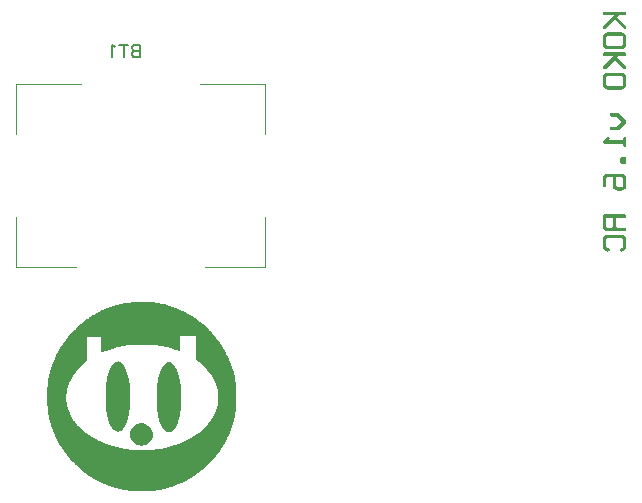
<source format=gbo>
G04 Layer: BottomSilkLayer*
G04 EasyEDA v6.4.7, 2020-11-20T12:49:30+01:00*
G04 3459f72c1cfb4ed1b42eaf7d9b2f9cca,50b924b206514efda7368a069ed08794,10*
G04 Gerber Generator version 0.2*
G04 Scale: 100 percent, Rotated: No, Reflected: No *
G04 Dimensions in millimeters *
G04 leading zeros omitted , absolute positions ,3 integer and 3 decimal *
%FSLAX33Y33*%
%MOMM*%
G90*
D02*

%ADD35C,0.152400*%
%ADD39C,0.100076*%

%LPD*%

%LPD*%
G36*
G01X43126Y18860D02*
G01X42983Y18860D01*
G01X42691Y18856D01*
G01X42618Y18854D01*
G01X42545Y18853D01*
G01X42472Y18850D01*
G01X42328Y18845D01*
G01X42186Y18839D01*
G01X42048Y18831D01*
G01X41981Y18827D01*
G01X41915Y18822D01*
G01X41851Y18818D01*
G01X41788Y18813D01*
G01X41727Y18807D01*
G01X41667Y18802D01*
G01X41610Y18796D01*
G01X41555Y18790D01*
G01X41501Y18784D01*
G01X41450Y18777D01*
G01X41402Y18770D01*
G01X41356Y18763D01*
G01X41314Y18756D01*
G01X41274Y18748D01*
G01X41237Y18741D01*
G01X41173Y18726D01*
G01X41048Y18697D01*
G01X40986Y18682D01*
G01X40862Y18650D01*
G01X40801Y18633D01*
G01X40740Y18617D01*
G01X40679Y18599D01*
G01X40619Y18582D01*
G01X40499Y18546D01*
G01X40322Y18489D01*
G01X40264Y18469D01*
G01X40148Y18428D01*
G01X40090Y18407D01*
G01X40033Y18385D01*
G01X39976Y18364D01*
G01X39919Y18342D01*
G01X39862Y18319D01*
G01X39806Y18297D01*
G01X39694Y18249D01*
G01X39584Y18201D01*
G01X39474Y18151D01*
G01X39366Y18099D01*
G01X39312Y18072D01*
G01X39205Y18018D01*
G01X39099Y17962D01*
G01X39046Y17933D01*
G01X38994Y17904D01*
G01X38941Y17875D01*
G01X38890Y17845D01*
G01X38786Y17785D01*
G01X38735Y17754D01*
G01X38582Y17658D01*
G01X38531Y17625D01*
G01X38481Y17591D01*
G01X38431Y17558D01*
G01X38382Y17524D01*
G01X38282Y17454D01*
G01X38233Y17419D01*
G01X38184Y17383D01*
G01X38086Y17310D01*
G01X38038Y17273D01*
G01X37989Y17235D01*
G01X37941Y17197D01*
G01X37846Y17120D01*
G01X37750Y17041D01*
G01X37656Y16960D01*
G01X37609Y16918D01*
G01X37562Y16877D01*
G01X37515Y16835D01*
G01X37469Y16792D01*
G01X37376Y16706D01*
G01X37284Y16617D01*
G01X37192Y16527D01*
G01X37145Y16479D01*
G01X37098Y16432D01*
G01X37052Y16384D01*
G01X36962Y16288D01*
G01X36918Y16241D01*
G01X36830Y16145D01*
G01X36788Y16097D01*
G01X36745Y16049D01*
G01X36622Y15905D01*
G01X36582Y15857D01*
G01X36504Y15759D01*
G01X36465Y15711D01*
G01X36427Y15662D01*
G01X36353Y15564D01*
G01X36316Y15514D01*
G01X36280Y15465D01*
G01X36244Y15415D01*
G01X36209Y15365D01*
G01X36175Y15316D01*
G01X36107Y15215D01*
G01X36074Y15165D01*
G01X35978Y15012D01*
G01X35947Y14961D01*
G01X35885Y14857D01*
G01X35855Y14805D01*
G01X35797Y14699D01*
G01X35768Y14647D01*
G01X35740Y14593D01*
G01X35712Y14540D01*
G01X35631Y14378D01*
G01X35579Y14268D01*
G01X35554Y14213D01*
G01X35504Y14101D01*
G01X35479Y14044D01*
G01X35456Y13988D01*
G01X35409Y13873D01*
G01X35386Y13815D01*
G01X35341Y13698D01*
G01X35320Y13639D01*
G01X35298Y13580D01*
G01X35277Y13520D01*
G01X35256Y13459D01*
G01X35236Y13398D01*
G01X35213Y13330D01*
G01X35191Y13264D01*
G01X35171Y13199D01*
G01X35151Y13136D01*
G01X35132Y13074D01*
G01X35114Y13013D01*
G01X35096Y12953D01*
G01X35080Y12895D01*
G01X35063Y12837D01*
G01X35049Y12781D01*
G01X35034Y12724D01*
G01X35021Y12669D01*
G01X35007Y12614D01*
G01X34984Y12504D01*
G01X34973Y12450D01*
G01X34963Y12396D01*
G01X34954Y12341D01*
G01X34944Y12286D01*
G01X34936Y12231D01*
G01X34928Y12175D01*
G01X34921Y12118D01*
G01X34915Y12061D01*
G01X34908Y12003D01*
G01X34903Y11944D01*
G01X34898Y11884D01*
G01X34893Y11822D01*
G01X34889Y11759D01*
G01X34885Y11695D01*
G01X34881Y11629D01*
G01X34878Y11562D01*
G01X34876Y11492D01*
G01X34874Y11420D01*
G01X34872Y11347D01*
G01X34870Y11271D01*
G01X34869Y11193D01*
G01X34868Y11113D01*
G01X34868Y11030D01*
G01X34867Y10944D01*
G01X34867Y10768D01*
G01X34868Y10682D01*
G01X34868Y10599D01*
G01X34869Y10519D01*
G01X34870Y10440D01*
G01X34872Y10365D01*
G01X34874Y10292D01*
G01X34876Y10220D01*
G01X34878Y10150D01*
G01X34881Y10083D01*
G01X34885Y10017D01*
G01X34889Y9953D01*
G01X34893Y9890D01*
G01X34898Y9828D01*
G01X34903Y9768D01*
G01X34908Y9709D01*
G01X34915Y9651D01*
G01X34921Y9594D01*
G01X34928Y9537D01*
G01X34936Y9481D01*
G01X34944Y9426D01*
G01X34954Y9371D01*
G01X34963Y9316D01*
G01X34973Y9262D01*
G01X34984Y9207D01*
G01X35007Y9098D01*
G01X35021Y9043D01*
G01X35034Y8987D01*
G01X35049Y8931D01*
G01X35063Y8875D01*
G01X35080Y8817D01*
G01X35096Y8758D01*
G01X35114Y8699D01*
G01X35132Y8638D01*
G01X35151Y8577D01*
G01X35171Y8513D01*
G01X35191Y8448D01*
G01X35213Y8381D01*
G01X35236Y8313D01*
G01X35256Y8252D01*
G01X35277Y8192D01*
G01X35298Y8133D01*
G01X35320Y8073D01*
G01X35341Y8014D01*
G01X35386Y7897D01*
G01X35409Y7839D01*
G01X35456Y7724D01*
G01X35479Y7668D01*
G01X35504Y7611D01*
G01X35529Y7555D01*
G01X35554Y7500D01*
G01X35579Y7444D01*
G01X35631Y7334D01*
G01X35712Y7172D01*
G01X35740Y7119D01*
G01X35768Y7065D01*
G01X35797Y7012D01*
G01X35826Y6960D01*
G01X35855Y6907D01*
G01X35885Y6855D01*
G01X35947Y6751D01*
G01X35978Y6700D01*
G01X36074Y6547D01*
G01X36107Y6497D01*
G01X36175Y6396D01*
G01X36209Y6346D01*
G01X36244Y6297D01*
G01X36280Y6247D01*
G01X36316Y6198D01*
G01X36353Y6148D01*
G01X36427Y6050D01*
G01X36465Y6001D01*
G01X36504Y5953D01*
G01X36543Y5904D01*
G01X36582Y5856D01*
G01X36622Y5807D01*
G01X36745Y5663D01*
G01X36788Y5614D01*
G01X36830Y5567D01*
G01X36962Y5423D01*
G01X37052Y5328D01*
G01X37098Y5281D01*
G01X37192Y5185D01*
G01X37288Y5091D01*
G01X37335Y5045D01*
G01X37431Y4954D01*
G01X37526Y4866D01*
G01X37622Y4780D01*
G01X37718Y4696D01*
G01X37766Y4655D01*
G01X37815Y4615D01*
G01X37863Y4574D01*
G01X37911Y4535D01*
G01X37960Y4496D01*
G01X38058Y4420D01*
G01X38106Y4382D01*
G01X38156Y4345D01*
G01X38254Y4273D01*
G01X38304Y4237D01*
G01X38403Y4168D01*
G01X38454Y4134D01*
G01X38504Y4101D01*
G01X38555Y4067D01*
G01X38605Y4034D01*
G01X38708Y3970D01*
G01X38810Y3909D01*
G01X38863Y3878D01*
G01X38915Y3848D01*
G01X38967Y3819D01*
G01X39020Y3790D01*
G01X39072Y3761D01*
G01X39126Y3733D01*
G01X39179Y3705D01*
G01X39233Y3677D01*
G01X39287Y3650D01*
G01X39397Y3598D01*
G01X39451Y3572D01*
G01X39507Y3546D01*
G01X39619Y3497D01*
G01X39675Y3473D01*
G01X39732Y3448D01*
G01X39789Y3425D01*
G01X39963Y3356D01*
G01X40080Y3313D01*
G01X40140Y3291D01*
G01X40260Y3249D01*
G01X40321Y3229D01*
G01X40389Y3206D01*
G01X40456Y3184D01*
G01X40521Y3164D01*
G01X40584Y3143D01*
G01X40646Y3125D01*
G01X40707Y3106D01*
G01X40825Y3072D01*
G01X40882Y3057D01*
G01X40939Y3041D01*
G01X41051Y3013D01*
G01X41106Y3001D01*
G01X41160Y2989D01*
G01X41215Y2977D01*
G01X41270Y2966D01*
G01X41324Y2956D01*
G01X41379Y2946D01*
G01X41434Y2937D01*
G01X41489Y2929D01*
G01X41545Y2921D01*
G01X41601Y2914D01*
G01X41659Y2907D01*
G01X41717Y2901D01*
G01X41776Y2896D01*
G01X41836Y2890D01*
G01X41898Y2886D01*
G01X41960Y2881D01*
G01X42025Y2878D01*
G01X42091Y2874D01*
G01X42159Y2871D01*
G01X42228Y2869D01*
G01X42299Y2867D01*
G01X42373Y2865D01*
G01X42449Y2863D01*
G01X42526Y2862D01*
G01X42607Y2861D01*
G01X42690Y2861D01*
G01X42775Y2860D01*
G01X42952Y2860D01*
G01X43038Y2861D01*
G01X43121Y2861D01*
G01X43202Y2862D01*
G01X43279Y2863D01*
G01X43355Y2865D01*
G01X43429Y2867D01*
G01X43500Y2869D01*
G01X43569Y2871D01*
G01X43637Y2874D01*
G01X43703Y2878D01*
G01X43767Y2881D01*
G01X43830Y2886D01*
G01X43891Y2890D01*
G01X43952Y2896D01*
G01X44011Y2901D01*
G01X44069Y2907D01*
G01X44183Y2921D01*
G01X44238Y2929D01*
G01X44294Y2937D01*
G01X44349Y2946D01*
G01X44403Y2956D01*
G01X44458Y2966D01*
G01X44513Y2977D01*
G01X44567Y2989D01*
G01X44677Y3013D01*
G01X44789Y3041D01*
G01X44845Y3057D01*
G01X44903Y3072D01*
G01X44961Y3089D01*
G01X45021Y3106D01*
G01X45082Y3125D01*
G01X45144Y3143D01*
G01X45207Y3164D01*
G01X45272Y3184D01*
G01X45339Y3206D01*
G01X45407Y3229D01*
G01X45468Y3249D01*
G01X45588Y3291D01*
G01X45706Y3334D01*
G01X45765Y3356D01*
G01X45939Y3425D01*
G01X45996Y3448D01*
G01X46052Y3473D01*
G01X46109Y3497D01*
G01X46165Y3521D01*
G01X46221Y3546D01*
G01X46441Y3650D01*
G01X46494Y3677D01*
G01X46602Y3733D01*
G01X46655Y3761D01*
G01X46761Y3819D01*
G01X46813Y3848D01*
G01X46865Y3878D01*
G01X46917Y3909D01*
G01X46969Y3939D01*
G01X47020Y3970D01*
G01X47122Y4034D01*
G01X47173Y4067D01*
G01X47223Y4101D01*
G01X47274Y4134D01*
G01X47324Y4168D01*
G01X47374Y4203D01*
G01X47424Y4237D01*
G01X47473Y4273D01*
G01X47523Y4309D01*
G01X47572Y4345D01*
G01X47621Y4382D01*
G01X47768Y4496D01*
G01X47816Y4535D01*
G01X47865Y4574D01*
G01X47913Y4615D01*
G01X47961Y4655D01*
G01X48010Y4696D01*
G01X48057Y4738D01*
G01X48106Y4780D01*
G01X48154Y4823D01*
G01X48201Y4866D01*
G01X48297Y4954D01*
G01X48392Y5045D01*
G01X48440Y5091D01*
G01X48488Y5138D01*
G01X48581Y5231D01*
G01X48627Y5278D01*
G01X48716Y5372D01*
G01X48761Y5418D01*
G01X48847Y5512D01*
G01X48890Y5560D01*
G01X48932Y5607D01*
G01X48974Y5655D01*
G01X49056Y5751D01*
G01X49136Y5847D01*
G01X49175Y5895D01*
G01X49253Y5993D01*
G01X49290Y6042D01*
G01X49328Y6091D01*
G01X49402Y6189D01*
G01X49474Y6289D01*
G01X49544Y6390D01*
G01X49578Y6440D01*
G01X49612Y6491D01*
G01X49646Y6541D01*
G01X49679Y6593D01*
G01X49743Y6695D01*
G01X49806Y6799D01*
G01X49837Y6851D01*
G01X49897Y6957D01*
G01X49956Y7062D01*
G01X49984Y7116D01*
G01X50013Y7169D01*
G01X50068Y7277D01*
G01X50095Y7331D01*
G01X50199Y7551D01*
G01X50223Y7607D01*
G01X50248Y7663D01*
G01X50296Y7775D01*
G01X50341Y7889D01*
G01X50364Y7947D01*
G01X50386Y8005D01*
G01X50408Y8062D01*
G01X50429Y8120D01*
G01X50450Y8179D01*
G01X50490Y8297D01*
G01X50529Y8415D01*
G01X50548Y8475D01*
G01X50585Y8596D01*
G01X50602Y8657D01*
G01X50637Y8780D01*
G01X50669Y8904D01*
G01X50701Y9030D01*
G01X50730Y9157D01*
G01X50745Y9221D01*
G01X50759Y9285D01*
G01X50767Y9328D01*
G01X50776Y9375D01*
G01X50784Y9424D01*
G01X50792Y9476D01*
G01X50799Y9530D01*
G01X50806Y9586D01*
G01X50813Y9645D01*
G01X50819Y9706D01*
G01X50825Y9768D01*
G01X50830Y9833D01*
G01X50835Y9899D01*
G01X50840Y9966D01*
G01X50844Y10035D01*
G01X50852Y10177D01*
G01X50855Y10250D01*
G01X50858Y10324D01*
G01X50860Y10398D01*
G01X50862Y10473D01*
G01X50864Y10549D01*
G01X50865Y10625D01*
G01X50867Y10779D01*
G01X50867Y10933D01*
G01X50865Y11087D01*
G01X50864Y11163D01*
G01X50862Y11238D01*
G01X50860Y11314D01*
G01X50858Y11388D01*
G01X50855Y11462D01*
G01X50852Y11535D01*
G01X50848Y11606D01*
G01X50844Y11676D01*
G01X50840Y11745D01*
G01X50835Y11813D01*
G01X50830Y11879D01*
G01X50825Y11944D01*
G01X50819Y12006D01*
G01X50813Y12067D01*
G01X50806Y12125D01*
G01X50799Y12182D01*
G01X50792Y12236D01*
G01X50784Y12287D01*
G01X50776Y12337D01*
G01X50767Y12383D01*
G01X50759Y12427D01*
G01X50745Y12488D01*
G01X50718Y12609D01*
G01X50673Y12789D01*
G01X50657Y12849D01*
G01X50642Y12908D01*
G01X50591Y13085D01*
G01X50574Y13143D01*
G01X50555Y13202D01*
G01X50537Y13260D01*
G01X50499Y13376D01*
G01X50480Y13433D01*
G01X50459Y13490D01*
G01X50419Y13604D01*
G01X50397Y13661D01*
G01X50376Y13717D01*
G01X50354Y13773D01*
G01X50309Y13885D01*
G01X50287Y13940D01*
G01X50263Y13996D01*
G01X50215Y14106D01*
G01X50191Y14160D01*
G01X50166Y14214D01*
G01X50141Y14269D01*
G01X50115Y14323D01*
G01X50089Y14376D01*
G01X50037Y14483D01*
G01X50009Y14535D01*
G01X49982Y14588D01*
G01X49954Y14641D01*
G01X49926Y14692D01*
G01X49898Y14745D01*
G01X49840Y14847D01*
G01X49811Y14899D01*
G01X49751Y15000D01*
G01X49720Y15050D01*
G01X49689Y15101D01*
G01X49658Y15151D01*
G01X49627Y15200D01*
G01X49563Y15298D01*
G01X49530Y15347D01*
G01X49464Y15444D01*
G01X49431Y15492D01*
G01X49397Y15540D01*
G01X49363Y15587D01*
G01X49258Y15728D01*
G01X49187Y15820D01*
G01X49151Y15866D01*
G01X49114Y15912D01*
G01X49078Y15957D01*
G01X49040Y16001D01*
G01X49003Y16046D01*
G01X48965Y16090D01*
G01X48927Y16135D01*
G01X48850Y16222D01*
G01X48811Y16265D01*
G01X48692Y16393D01*
G01X48652Y16435D01*
G01X48571Y16518D01*
G01X48530Y16559D01*
G01X48447Y16641D01*
G01X48363Y16721D01*
G01X48320Y16760D01*
G01X48277Y16800D01*
G01X48234Y16839D01*
G01X48191Y16877D01*
G01X48059Y16991D01*
G01X48014Y17029D01*
G01X47969Y17066D01*
G01X47924Y17102D01*
G01X47879Y17139D01*
G01X47787Y17211D01*
G01X47741Y17246D01*
G01X47694Y17282D01*
G01X47601Y17351D01*
G01X47554Y17385D01*
G01X47506Y17419D01*
G01X47362Y17518D01*
G01X47313Y17550D01*
G01X47264Y17583D01*
G01X47165Y17646D01*
G01X47116Y17677D01*
G01X47066Y17708D01*
G01X47016Y17738D01*
G01X46914Y17798D01*
G01X46864Y17828D01*
G01X46813Y17857D01*
G01X46761Y17885D01*
G01X46710Y17914D01*
G01X46658Y17942D01*
G01X46553Y17996D01*
G01X46500Y18023D01*
G01X46395Y18076D01*
G01X46341Y18102D01*
G01X46288Y18127D01*
G01X46180Y18177D01*
G01X46126Y18201D01*
G01X46071Y18225D01*
G01X45961Y18272D01*
G01X45907Y18295D01*
G01X45851Y18317D01*
G01X45795Y18340D01*
G01X45739Y18361D01*
G01X45684Y18383D01*
G01X45627Y18404D01*
G01X45514Y18444D01*
G01X45458Y18464D01*
G01X45343Y18503D01*
G01X45285Y18522D01*
G01X45227Y18540D01*
G01X45170Y18558D01*
G01X45112Y18575D01*
G01X45053Y18592D01*
G01X44995Y18609D01*
G01X44818Y18657D01*
G01X44699Y18686D01*
G01X44639Y18701D01*
G01X44519Y18728D01*
G01X44398Y18754D01*
G01X44338Y18766D01*
G01X44277Y18778D01*
G01X44216Y18789D01*
G01X44155Y18801D01*
G01X44117Y18807D01*
G01X44076Y18813D01*
G01X44033Y18818D01*
G01X43986Y18823D01*
G01X43937Y18828D01*
G01X43886Y18833D01*
G01X43832Y18837D01*
G01X43777Y18841D01*
G01X43719Y18844D01*
G01X43659Y18847D01*
G01X43597Y18850D01*
G01X43534Y18852D01*
G01X43469Y18854D01*
G01X43403Y18856D01*
G01X43267Y18858D01*
G01X43197Y18859D01*
G01X43126Y18860D01*
G37*

%LPC*%
G36*
G01X47466Y15962D02*
G01X46118Y15962D01*
G01X46118Y15261D01*
G01X46117Y15181D01*
G01X46115Y15105D01*
G01X46112Y15034D01*
G01X46109Y14968D01*
G01X46105Y14909D01*
G01X46101Y14857D01*
G01X46096Y14812D01*
G01X46091Y14776D01*
G01X46084Y14750D01*
G01X46079Y14733D01*
G01X46072Y14728D01*
G01X46054Y14730D01*
G01X46022Y14739D01*
G01X45976Y14752D01*
G01X45918Y14769D01*
G01X45851Y14790D01*
G01X45777Y14814D01*
G01X45696Y14840D01*
G01X45612Y14868D01*
G01X45556Y14887D01*
G01X45499Y14906D01*
G01X45443Y14924D01*
G01X45387Y14941D01*
G01X45332Y14958D01*
G01X45276Y14974D01*
G01X45221Y14990D01*
G01X45110Y15021D01*
G01X45055Y15035D01*
G01X45000Y15048D01*
G01X44944Y15062D01*
G01X44889Y15074D01*
G01X44833Y15087D01*
G01X44777Y15099D01*
G01X44665Y15121D01*
G01X44608Y15131D01*
G01X44552Y15141D01*
G01X44494Y15151D01*
G01X44436Y15160D01*
G01X44379Y15168D01*
G01X44320Y15176D01*
G01X44261Y15185D01*
G01X44141Y15199D01*
G01X44019Y15211D01*
G01X43957Y15217D01*
G01X43831Y15227D01*
G01X43701Y15235D01*
G01X43635Y15239D01*
G01X43568Y15242D01*
G01X43501Y15246D01*
G01X43432Y15248D01*
G01X43362Y15250D01*
G01X43291Y15252D01*
G01X43219Y15254D01*
G01X43146Y15255D01*
G01X43072Y15256D01*
G01X42759Y15256D01*
G01X42681Y15255D01*
G01X42605Y15254D01*
G01X42531Y15253D01*
G01X42458Y15251D01*
G01X42387Y15249D01*
G01X42318Y15247D01*
G01X42250Y15244D01*
G01X42183Y15241D01*
G01X42118Y15238D01*
G01X42054Y15234D01*
G01X41991Y15230D01*
G01X41929Y15225D01*
G01X41868Y15221D01*
G01X41748Y15209D01*
G01X41689Y15203D01*
G01X41631Y15196D01*
G01X41574Y15189D01*
G01X41460Y15173D01*
G01X41348Y15155D01*
G01X41236Y15134D01*
G01X41180Y15123D01*
G01X41012Y15087D01*
G01X40955Y15073D01*
G01X40897Y15059D01*
G01X40840Y15044D01*
G01X40781Y15029D01*
G01X40722Y15013D01*
G01X40663Y14996D01*
G01X40603Y14979D01*
G01X40542Y14961D01*
G01X40479Y14942D01*
G01X40416Y14922D01*
G01X40351Y14902D01*
G01X40286Y14881D01*
G01X40219Y14859D01*
G01X40150Y14837D01*
G01X39973Y14778D01*
G01X39890Y14751D01*
G01X39740Y14701D01*
G01X39674Y14680D01*
G01X39616Y14662D01*
G01X39565Y14646D01*
G01X39524Y14633D01*
G01X39493Y14623D01*
G01X39472Y14618D01*
G01X39463Y14616D01*
G01X39460Y14621D01*
G01X39457Y14638D01*
G01X39455Y14666D01*
G01X39452Y14704D01*
G01X39449Y14750D01*
G01X39447Y14805D01*
G01X39445Y14867D01*
G01X39444Y14936D01*
G01X39442Y15010D01*
G01X39441Y15090D01*
G01X39441Y15906D01*
G01X38206Y15906D01*
G01X38204Y14882D01*
G01X38203Y13858D01*
G01X37892Y13592D01*
G01X37842Y13548D01*
G01X37793Y13504D01*
G01X37745Y13460D01*
G01X37697Y13415D01*
G01X37650Y13369D01*
G01X37604Y13323D01*
G01X37559Y13277D01*
G01X37514Y13229D01*
G01X37471Y13182D01*
G01X37428Y13134D01*
G01X37386Y13086D01*
G01X37306Y12988D01*
G01X37267Y12939D01*
G01X37228Y12889D01*
G01X37191Y12839D01*
G01X37154Y12788D01*
G01X37119Y12738D01*
G01X37084Y12686D01*
G01X37050Y12635D01*
G01X37017Y12583D01*
G01X36985Y12531D01*
G01X36954Y12478D01*
G01X36924Y12426D01*
G01X36895Y12373D01*
G01X36839Y12267D01*
G01X36813Y12213D01*
G01X36763Y12105D01*
G01X36739Y12051D01*
G01X36717Y11996D01*
G01X36695Y11942D01*
G01X36655Y11832D01*
G01X36636Y11777D01*
G01X36618Y11722D01*
G01X36602Y11667D01*
G01X36586Y11611D01*
G01X36571Y11556D01*
G01X36557Y11501D01*
G01X36533Y11389D01*
G01X36522Y11333D01*
G01X36513Y11278D01*
G01X36504Y11222D01*
G01X36496Y11166D01*
G01X36489Y11111D01*
G01X36479Y10999D01*
G01X36476Y10943D01*
G01X36473Y10888D01*
G01X36472Y10832D01*
G01X36472Y10721D01*
G01X36474Y10666D01*
G01X36477Y10611D01*
G01X36481Y10556D01*
G01X36486Y10500D01*
G01X36492Y10445D01*
G01X36499Y10391D01*
G01X36507Y10336D01*
G01X36527Y10228D01*
G01X36538Y10175D01*
G01X36562Y10071D01*
G01X36576Y10019D01*
G01X36590Y9968D01*
G01X36605Y9917D01*
G01X36620Y9865D01*
G01X36637Y9815D01*
G01X36654Y9764D01*
G01X36690Y9664D01*
G01X36709Y9614D01*
G01X36730Y9565D01*
G01X36750Y9516D01*
G01X36794Y9418D01*
G01X36840Y9322D01*
G01X36890Y9226D01*
G01X36942Y9132D01*
G01X36969Y9085D01*
G01X36997Y9039D01*
G01X37055Y8947D01*
G01X37085Y8901D01*
G01X37147Y8811D01*
G01X37179Y8767D01*
G01X37211Y8722D01*
G01X37279Y8634D01*
G01X37313Y8591D01*
G01X37349Y8548D01*
G01X37384Y8505D01*
G01X37421Y8462D01*
G01X37497Y8378D01*
G01X37535Y8337D01*
G01X37574Y8296D01*
G01X37614Y8254D01*
G01X37737Y8134D01*
G01X37780Y8094D01*
G01X37823Y8055D01*
G01X37867Y8017D01*
G01X37911Y7978D01*
G01X38001Y7902D01*
G01X38047Y7865D01*
G01X38141Y7791D01*
G01X38189Y7755D01*
G01X38287Y7683D01*
G01X38336Y7648D01*
G01X38387Y7613D01*
G01X38437Y7579D01*
G01X38541Y7511D01*
G01X38647Y7445D01*
G01X38701Y7412D01*
G01X38755Y7380D01*
G01X38810Y7348D01*
G01X38865Y7317D01*
G01X38921Y7286D01*
G01X39035Y7225D01*
G01X39151Y7166D01*
G01X39269Y7108D01*
G01X39329Y7080D01*
G01X39389Y7053D01*
G01X39450Y7025D01*
G01X39511Y6998D01*
G01X39573Y6972D01*
G01X39698Y6920D01*
G01X39826Y6870D01*
G01X39890Y6846D01*
G01X39955Y6822D01*
G01X40087Y6776D01*
G01X40154Y6753D01*
G01X40221Y6731D01*
G01X40288Y6710D01*
G01X40356Y6688D01*
G01X40424Y6668D01*
G01X40493Y6648D01*
G01X40563Y6628D01*
G01X40703Y6590D01*
G01X40774Y6571D01*
G01X40845Y6553D01*
G01X40989Y6519D01*
G01X41062Y6502D01*
G01X41208Y6471D01*
G01X41262Y6460D01*
G01X41315Y6450D01*
G01X41367Y6440D01*
G01X41417Y6430D01*
G01X41467Y6422D01*
G01X41515Y6413D01*
G01X41612Y6399D01*
G01X41660Y6393D01*
G01X41709Y6387D01*
G01X41757Y6381D01*
G01X41807Y6376D01*
G01X41858Y6371D01*
G01X41910Y6367D01*
G01X41963Y6364D01*
G01X42018Y6360D01*
G01X42074Y6357D01*
G01X42134Y6355D01*
G01X42195Y6352D01*
G01X42259Y6350D01*
G01X42326Y6348D01*
G01X42395Y6347D01*
G01X42468Y6346D01*
G01X42545Y6345D01*
G01X42625Y6344D01*
G01X42710Y6344D01*
G01X42799Y6343D01*
G01X42975Y6343D01*
G01X43057Y6344D01*
G01X43136Y6344D01*
G01X43213Y6345D01*
G01X43289Y6347D01*
G01X43363Y6348D01*
G01X43435Y6350D01*
G01X43505Y6352D01*
G01X43574Y6355D01*
G01X43642Y6358D01*
G01X43708Y6361D01*
G01X43773Y6365D01*
G01X43837Y6369D01*
G01X43900Y6373D01*
G01X44022Y6383D01*
G01X44082Y6390D01*
G01X44141Y6396D01*
G01X44199Y6402D01*
G01X44257Y6409D01*
G01X44315Y6417D01*
G01X44371Y6426D01*
G01X44428Y6434D01*
G01X44484Y6443D01*
G01X44540Y6453D01*
G01X44652Y6474D01*
G01X44820Y6510D01*
G01X44934Y6538D01*
G01X44991Y6553D01*
G01X45049Y6568D01*
G01X45167Y6600D01*
G01X45227Y6618D01*
G01X45288Y6635D01*
G01X45350Y6654D01*
G01X45413Y6674D01*
G01X45477Y6694D01*
G01X45542Y6715D01*
G01X45609Y6737D01*
G01X45677Y6759D01*
G01X45746Y6782D01*
G01X45813Y6805D01*
G01X45947Y6853D01*
G01X46012Y6878D01*
G01X46077Y6902D01*
G01X46142Y6928D01*
G01X46206Y6953D01*
G01X46332Y7005D01*
G01X46394Y7032D01*
G01X46455Y7059D01*
G01X46516Y7087D01*
G01X46576Y7114D01*
G01X46636Y7142D01*
G01X46695Y7171D01*
G01X46811Y7229D01*
G01X46868Y7259D01*
G01X46924Y7289D01*
G01X46980Y7320D01*
G01X47035Y7350D01*
G01X47090Y7381D01*
G01X47144Y7413D01*
G01X47250Y7477D01*
G01X47302Y7510D01*
G01X47404Y7576D01*
G01X47504Y7644D01*
G01X47553Y7678D01*
G01X47601Y7713D01*
G01X47649Y7749D01*
G01X47696Y7785D01*
G01X47789Y7857D01*
G01X47879Y7931D01*
G01X47923Y7968D01*
G01X47966Y8006D01*
G01X48009Y8045D01*
G01X48051Y8083D01*
G01X48093Y8122D01*
G01X48174Y8201D01*
G01X48214Y8241D01*
G01X48292Y8323D01*
G01X48330Y8364D01*
G01X48367Y8406D01*
G01X48403Y8448D01*
G01X48440Y8490D01*
G01X48475Y8533D01*
G01X48510Y8577D01*
G01X48544Y8620D01*
G01X48578Y8664D01*
G01X48611Y8708D01*
G01X48675Y8798D01*
G01X48706Y8844D01*
G01X48737Y8889D01*
G01X48767Y8936D01*
G01X48825Y9029D01*
G01X48853Y9076D01*
G01X48881Y9124D01*
G01X48908Y9172D01*
G01X48960Y9270D01*
G01X48985Y9319D01*
G01X49009Y9369D01*
G01X49037Y9427D01*
G01X49089Y9543D01*
G01X49113Y9601D01*
G01X49136Y9658D01*
G01X49158Y9716D01*
G01X49179Y9774D01*
G01X49198Y9832D01*
G01X49217Y9889D01*
G01X49235Y9947D01*
G01X49251Y10005D01*
G01X49266Y10062D01*
G01X49280Y10120D01*
G01X49293Y10178D01*
G01X49305Y10235D01*
G01X49315Y10293D01*
G01X49325Y10350D01*
G01X49334Y10408D01*
G01X49341Y10466D01*
G01X49347Y10523D01*
G01X49352Y10581D01*
G01X49356Y10638D01*
G01X49359Y10696D01*
G01X49361Y10753D01*
G01X49362Y10811D01*
G01X49361Y10868D01*
G01X49359Y10926D01*
G01X49356Y10983D01*
G01X49353Y11041D01*
G01X49348Y11098D01*
G01X49342Y11156D01*
G01X49326Y11270D01*
G01X49316Y11328D01*
G01X49306Y11385D01*
G01X49294Y11443D01*
G01X49281Y11500D01*
G01X49267Y11557D01*
G01X49252Y11615D01*
G01X49236Y11672D01*
G01X49218Y11730D01*
G01X49200Y11787D01*
G01X49180Y11844D01*
G01X49159Y11902D01*
G01X49138Y11959D01*
G01X49115Y12017D01*
G01X49091Y12075D01*
G01X49039Y12189D01*
G01X49012Y12247D01*
G01X48983Y12304D01*
G01X48953Y12362D01*
G01X48922Y12420D01*
G01X48890Y12477D01*
G01X48857Y12534D01*
G01X48823Y12592D01*
G01X48798Y12632D01*
G01X48770Y12675D01*
G01X48739Y12718D01*
G01X48706Y12764D01*
G01X48671Y12811D01*
G01X48633Y12860D01*
G01X48594Y12909D01*
G01X48553Y12960D01*
G01X48510Y13011D01*
G01X48466Y13062D01*
G01X48421Y13114D01*
G01X48375Y13166D01*
G01X48328Y13218D01*
G01X48281Y13269D01*
G01X48233Y13320D01*
G01X48185Y13370D01*
G01X48137Y13419D01*
G01X48088Y13467D01*
G01X48041Y13513D01*
G01X47994Y13558D01*
G01X47947Y13602D01*
G01X47902Y13643D01*
G01X47857Y13682D01*
G01X47814Y13720D01*
G01X47772Y13754D01*
G01X47732Y13786D01*
G01X47693Y13815D01*
G01X47657Y13840D01*
G01X47466Y13970D01*
G01X47466Y15962D01*
G37*

%LPD*%
G36*
G01X40899Y13827D02*
G01X40855Y13831D01*
G01X40811Y13829D01*
G01X40767Y13821D01*
G01X40722Y13808D01*
G01X40678Y13789D01*
G01X40633Y13764D01*
G01X40587Y13734D01*
G01X40542Y13698D01*
G01X40495Y13656D01*
G01X40447Y13608D01*
G01X40421Y13579D01*
G01X40394Y13549D01*
G01X40369Y13518D01*
G01X40319Y13452D01*
G01X40295Y13417D01*
G01X40272Y13381D01*
G01X40250Y13344D01*
G01X40228Y13306D01*
G01X40206Y13267D01*
G01X40185Y13226D01*
G01X40165Y13184D01*
G01X40145Y13141D01*
G01X40126Y13097D01*
G01X40107Y13052D01*
G01X40071Y12958D01*
G01X40054Y12909D01*
G01X40022Y12807D01*
G01X39992Y12701D01*
G01X39978Y12646D01*
G01X39952Y12532D01*
G01X39940Y12473D01*
G01X39928Y12413D01*
G01X39917Y12352D01*
G01X39906Y12289D01*
G01X39896Y12225D01*
G01X39886Y12160D01*
G01X39877Y12094D01*
G01X39869Y12026D01*
G01X39861Y11957D01*
G01X39853Y11887D01*
G01X39847Y11816D01*
G01X39840Y11743D01*
G01X39834Y11669D01*
G01X39829Y11594D01*
G01X39825Y11517D01*
G01X39821Y11439D01*
G01X39817Y11360D01*
G01X39814Y11279D01*
G01X39812Y11197D01*
G01X39810Y11114D01*
G01X39809Y11029D01*
G01X39808Y10943D01*
G01X39808Y10769D01*
G01X39809Y10682D01*
G01X39810Y10597D01*
G01X39812Y10514D01*
G01X39815Y10431D01*
G01X39818Y10350D01*
G01X39821Y10270D01*
G01X39825Y10191D01*
G01X39830Y10114D01*
G01X39836Y10038D01*
G01X39841Y9963D01*
G01X39848Y9890D01*
G01X39862Y9746D01*
G01X39871Y9677D01*
G01X39879Y9609D01*
G01X39888Y9542D01*
G01X39898Y9476D01*
G01X39909Y9411D01*
G01X39919Y9348D01*
G01X39931Y9286D01*
G01X39943Y9225D01*
G01X39955Y9166D01*
G01X39969Y9107D01*
G01X39982Y9050D01*
G01X39997Y8995D01*
G01X40011Y8941D01*
G01X40027Y8887D01*
G01X40043Y8836D01*
G01X40060Y8785D01*
G01X40076Y8736D01*
G01X40094Y8688D01*
G01X40112Y8641D01*
G01X40131Y8596D01*
G01X40150Y8552D01*
G01X40170Y8508D01*
G01X40191Y8467D01*
G01X40212Y8427D01*
G01X40233Y8388D01*
G01X40256Y8349D01*
G01X40278Y8313D01*
G01X40301Y8278D01*
G01X40325Y8244D01*
G01X40350Y8211D01*
G01X40375Y8179D01*
G01X40400Y8149D01*
G01X40426Y8120D01*
G01X40453Y8092D01*
G01X40488Y8059D01*
G01X40522Y8028D01*
G01X40557Y8001D01*
G01X40591Y7977D01*
G01X40626Y7955D01*
G01X40661Y7936D01*
G01X40695Y7921D01*
G01X40729Y7908D01*
G01X40763Y7898D01*
G01X40797Y7891D01*
G01X40831Y7887D01*
G01X40864Y7886D01*
G01X40897Y7888D01*
G01X40930Y7892D01*
G01X40963Y7900D01*
G01X40996Y7910D01*
G01X41028Y7923D01*
G01X41060Y7938D01*
G01X41092Y7957D01*
G01X41124Y7979D01*
G01X41155Y8002D01*
G01X41186Y8029D01*
G01X41216Y8059D01*
G01X41246Y8091D01*
G01X41276Y8126D01*
G01X41305Y8164D01*
G01X41334Y8204D01*
G01X41363Y8247D01*
G01X41391Y8293D01*
G01X41419Y8341D01*
G01X41446Y8392D01*
G01X41473Y8445D01*
G01X41499Y8501D01*
G01X41525Y8560D01*
G01X41550Y8621D01*
G01X41575Y8685D01*
G01X41599Y8751D01*
G01X41623Y8819D01*
G01X41646Y8891D01*
G01X41668Y8965D01*
G01X41690Y9041D01*
G01X41711Y9120D01*
G01X41731Y9201D01*
G01X41752Y9285D01*
G01X41762Y9333D01*
G01X41773Y9385D01*
G01X41783Y9438D01*
G01X41792Y9492D01*
G01X41801Y9549D01*
G01X41810Y9607D01*
G01X41818Y9668D01*
G01X41825Y9729D01*
G01X41832Y9792D01*
G01X41839Y9857D01*
G01X41845Y9922D01*
G01X41851Y9989D01*
G01X41856Y10057D01*
G01X41861Y10126D01*
G01X41866Y10196D01*
G01X41873Y10338D01*
G01X41876Y10410D01*
G01X41879Y10483D01*
G01X41883Y10629D01*
G01X41885Y10777D01*
G01X41885Y10925D01*
G01X41884Y10999D01*
G01X41882Y11145D01*
G01X41880Y11219D01*
G01X41877Y11291D01*
G01X41875Y11363D01*
G01X41871Y11434D01*
G01X41868Y11505D01*
G01X41858Y11643D01*
G01X41853Y11711D01*
G01X41848Y11777D01*
G01X41842Y11843D01*
G01X41835Y11907D01*
G01X41828Y11969D01*
G01X41820Y12031D01*
G01X41813Y12090D01*
G01X41804Y12148D01*
G01X41795Y12205D01*
G01X41786Y12259D01*
G01X41776Y12311D01*
G01X41766Y12362D01*
G01X41755Y12410D01*
G01X41737Y12487D01*
G01X41718Y12563D01*
G01X41678Y12709D01*
G01X41657Y12779D01*
G01X41635Y12847D01*
G01X41613Y12913D01*
G01X41590Y12977D01*
G01X41567Y13039D01*
G01X41543Y13098D01*
G01X41520Y13156D01*
G01X41495Y13212D01*
G01X41470Y13264D01*
G01X41445Y13315D01*
G01X41419Y13364D01*
G01X41393Y13410D01*
G01X41367Y13454D01*
G01X41340Y13495D01*
G01X41313Y13534D01*
G01X41285Y13570D01*
G01X41257Y13603D01*
G01X41229Y13634D01*
G01X41202Y13662D01*
G01X41173Y13687D01*
G01X41126Y13725D01*
G01X41080Y13756D01*
G01X41034Y13783D01*
G01X40989Y13803D01*
G01X40943Y13818D01*
G01X40899Y13827D01*
G37*

%LPD*%
G36*
G01X45220Y13771D02*
G01X45176Y13775D01*
G01X45132Y13773D01*
G01X45088Y13765D01*
G01X45044Y13752D01*
G01X44999Y13733D01*
G01X44954Y13708D01*
G01X44908Y13678D01*
G01X44863Y13642D01*
G01X44816Y13600D01*
G01X44768Y13552D01*
G01X44741Y13523D01*
G01X44715Y13493D01*
G01X44690Y13462D01*
G01X44640Y13396D01*
G01X44616Y13361D01*
G01X44593Y13325D01*
G01X44571Y13288D01*
G01X44548Y13250D01*
G01X44506Y13170D01*
G01X44486Y13128D01*
G01X44466Y13085D01*
G01X44447Y13041D01*
G01X44428Y12996D01*
G01X44392Y12902D01*
G01X44376Y12852D01*
G01X44359Y12803D01*
G01X44344Y12751D01*
G01X44328Y12698D01*
G01X44314Y12645D01*
G01X44299Y12590D01*
G01X44273Y12476D01*
G01X44261Y12417D01*
G01X44249Y12357D01*
G01X44237Y12296D01*
G01X44227Y12233D01*
G01X44217Y12169D01*
G01X44207Y12104D01*
G01X44198Y12038D01*
G01X44190Y11970D01*
G01X44181Y11901D01*
G01X44174Y11831D01*
G01X44167Y11760D01*
G01X44161Y11687D01*
G01X44156Y11613D01*
G01X44150Y11538D01*
G01X44146Y11461D01*
G01X44142Y11383D01*
G01X44138Y11303D01*
G01X44135Y11223D01*
G01X44133Y11141D01*
G01X44131Y11058D01*
G01X44130Y10973D01*
G01X44129Y10887D01*
G01X44129Y10712D01*
G01X44130Y10626D01*
G01X44131Y10541D01*
G01X44133Y10457D01*
G01X44135Y10375D01*
G01X44138Y10294D01*
G01X44142Y10214D01*
G01X44146Y10135D01*
G01X44151Y10058D01*
G01X44157Y9982D01*
G01X44162Y9907D01*
G01X44169Y9834D01*
G01X44176Y9762D01*
G01X44183Y9691D01*
G01X44191Y9621D01*
G01X44200Y9552D01*
G01X44209Y9485D01*
G01X44229Y9355D01*
G01X44240Y9292D01*
G01X44252Y9230D01*
G01X44264Y9169D01*
G01X44276Y9109D01*
G01X44290Y9052D01*
G01X44303Y8995D01*
G01X44318Y8939D01*
G01X44332Y8884D01*
G01X44364Y8780D01*
G01X44381Y8729D01*
G01X44397Y8680D01*
G01X44415Y8632D01*
G01X44433Y8585D01*
G01X44452Y8539D01*
G01X44472Y8495D01*
G01X44491Y8453D01*
G01X44512Y8411D01*
G01X44533Y8370D01*
G01X44554Y8331D01*
G01X44577Y8294D01*
G01X44599Y8257D01*
G01X44622Y8221D01*
G01X44646Y8187D01*
G01X44696Y8123D01*
G01X44721Y8093D01*
G01X44747Y8064D01*
G01X44808Y8003D01*
G01X44843Y7973D01*
G01X44878Y7945D01*
G01X44912Y7921D01*
G01X44947Y7899D01*
G01X44982Y7881D01*
G01X45016Y7865D01*
G01X45050Y7852D01*
G01X45084Y7842D01*
G01X45118Y7835D01*
G01X45151Y7831D01*
G01X45185Y7830D01*
G01X45218Y7832D01*
G01X45251Y7836D01*
G01X45284Y7843D01*
G01X45317Y7854D01*
G01X45349Y7867D01*
G01X45381Y7883D01*
G01X45413Y7901D01*
G01X45444Y7922D01*
G01X45476Y7947D01*
G01X45506Y7973D01*
G01X45537Y8002D01*
G01X45567Y8035D01*
G01X45597Y8070D01*
G01X45626Y8108D01*
G01X45655Y8148D01*
G01X45684Y8191D01*
G01X45712Y8236D01*
G01X45739Y8284D01*
G01X45767Y8335D01*
G01X45794Y8389D01*
G01X45820Y8445D01*
G01X45846Y8503D01*
G01X45871Y8565D01*
G01X45895Y8628D01*
G01X45920Y8695D01*
G01X45943Y8763D01*
G01X45967Y8835D01*
G01X45989Y8909D01*
G01X46011Y8985D01*
G01X46032Y9064D01*
G01X46052Y9145D01*
G01X46073Y9229D01*
G01X46083Y9278D01*
G01X46094Y9328D01*
G01X46104Y9381D01*
G01X46113Y9436D01*
G01X46122Y9493D01*
G01X46131Y9551D01*
G01X46139Y9611D01*
G01X46146Y9673D01*
G01X46154Y9736D01*
G01X46166Y9866D01*
G01X46172Y9933D01*
G01X46177Y10001D01*
G01X46182Y10070D01*
G01X46187Y10140D01*
G01X46191Y10211D01*
G01X46194Y10282D01*
G01X46197Y10355D01*
G01X46202Y10500D01*
G01X46204Y10573D01*
G01X46206Y10721D01*
G01X46206Y10869D01*
G01X46205Y10943D01*
G01X46204Y11016D01*
G01X46203Y11090D01*
G01X46201Y11162D01*
G01X46198Y11235D01*
G01X46196Y11307D01*
G01X46192Y11378D01*
G01X46189Y11449D01*
G01X46179Y11587D01*
G01X46169Y11721D01*
G01X46163Y11787D01*
G01X46156Y11851D01*
G01X46149Y11914D01*
G01X46141Y11975D01*
G01X46134Y12034D01*
G01X46125Y12092D01*
G01X46116Y12148D01*
G01X46107Y12203D01*
G01X46097Y12255D01*
G01X46087Y12305D01*
G01X46076Y12354D01*
G01X46057Y12431D01*
G01X46039Y12506D01*
G01X46019Y12581D01*
G01X45999Y12652D01*
G01X45978Y12722D01*
G01X45956Y12790D01*
G01X45934Y12856D01*
G01X45911Y12920D01*
G01X45888Y12982D01*
G01X45864Y13042D01*
G01X45841Y13100D01*
G01X45816Y13155D01*
G01X45791Y13208D01*
G01X45766Y13259D01*
G01X45740Y13308D01*
G01X45714Y13354D01*
G01X45688Y13397D01*
G01X45661Y13439D01*
G01X45633Y13477D01*
G01X45606Y13513D01*
G01X45578Y13547D01*
G01X45551Y13577D01*
G01X45523Y13606D01*
G01X45494Y13631D01*
G01X45447Y13668D01*
G01X45401Y13700D01*
G01X45355Y13726D01*
G01X45310Y13746D01*
G01X45265Y13762D01*
G01X45220Y13771D01*
G37*

%LPD*%
G36*
G01X42883Y8601D02*
G01X42825Y8601D01*
G01X42768Y8599D01*
G01X42713Y8594D01*
G01X42659Y8587D01*
G01X42607Y8577D01*
G01X42556Y8563D01*
G01X42507Y8548D01*
G01X42458Y8529D01*
G01X42412Y8507D01*
G01X42366Y8483D01*
G01X42322Y8456D01*
G01X42278Y8426D01*
G01X42236Y8393D01*
G01X42195Y8357D01*
G01X42155Y8318D01*
G01X42115Y8277D01*
G01X42075Y8230D01*
G01X42038Y8182D01*
G01X42005Y8134D01*
G01X41975Y8084D01*
G01X41948Y8033D01*
G01X41925Y7982D01*
G01X41906Y7930D01*
G01X41889Y7878D01*
G01X41877Y7826D01*
G01X41867Y7773D01*
G01X41861Y7720D01*
G01X41858Y7667D01*
G01X41859Y7613D01*
G01X41863Y7561D01*
G01X41871Y7508D01*
G01X41882Y7455D01*
G01X41896Y7404D01*
G01X41915Y7352D01*
G01X41936Y7301D01*
G01X41960Y7251D01*
G01X41989Y7201D01*
G01X42020Y7153D01*
G01X42055Y7105D01*
G01X42094Y7059D01*
G01X42134Y7015D01*
G01X42175Y6975D01*
G01X42218Y6937D01*
G01X42261Y6902D01*
G01X42305Y6870D01*
G01X42351Y6841D01*
G01X42397Y6814D01*
G01X42444Y6790D01*
G01X42491Y6770D01*
G01X42540Y6751D01*
G01X42588Y6736D01*
G01X42637Y6723D01*
G01X42686Y6714D01*
G01X42736Y6707D01*
G01X42786Y6703D01*
G01X42836Y6701D01*
G01X42886Y6703D01*
G01X42935Y6707D01*
G01X42985Y6714D01*
G01X43034Y6723D01*
G01X43084Y6736D01*
G01X43132Y6751D01*
G01X43180Y6770D01*
G01X43228Y6790D01*
G01X43275Y6814D01*
G01X43321Y6841D01*
G01X43366Y6870D01*
G01X43411Y6902D01*
G01X43454Y6937D01*
G01X43496Y6975D01*
G01X43537Y7015D01*
G01X43577Y7059D01*
G01X43619Y7108D01*
G01X43656Y7159D01*
G01X43689Y7210D01*
G01X43719Y7262D01*
G01X43744Y7315D01*
G01X43766Y7368D01*
G01X43784Y7421D01*
G01X43798Y7476D01*
G01X43809Y7530D01*
G01X43815Y7584D01*
G01X43818Y7639D01*
G01X43816Y7694D01*
G01X43812Y7748D01*
G01X43803Y7802D01*
G01X43790Y7856D01*
G01X43774Y7910D01*
G01X43754Y7963D01*
G01X43730Y8015D01*
G01X43702Y8067D01*
G01X43671Y8118D01*
G01X43636Y8168D01*
G01X43597Y8217D01*
G01X43554Y8266D01*
G01X43508Y8312D01*
G01X43456Y8360D01*
G01X43403Y8405D01*
G01X43349Y8447D01*
G01X43298Y8485D01*
G01X43248Y8518D01*
G01X43204Y8544D01*
G01X43165Y8562D01*
G01X43134Y8571D01*
G01X43068Y8583D01*
G01X43005Y8591D01*
G01X42943Y8597D01*
G01X42883Y8601D01*
G37*

%LPD*%
G54D39*
G01X37758Y37346D02*
G01X32253Y37346D01*
G01X32208Y33095D01*
G01X32208Y26096D02*
G01X32208Y21845D01*
G01X37257Y21845D01*
G01X47758Y37346D02*
G01X53307Y37346D01*
G01X53307Y33095D01*
G01X53307Y26096D02*
G01X53307Y21845D01*
G01X48258Y21845D01*

%LPD*%
G36*
G01X83763Y43423D02*
G01X82049Y43423D01*
G01X82020Y43421D01*
G01X81994Y43413D01*
G01X81970Y43399D01*
G01X81947Y43380D01*
G01X81929Y43358D01*
G01X81917Y43334D01*
G01X81909Y43308D01*
G01X81907Y43281D01*
G01X81909Y43253D01*
G01X81917Y43226D01*
G01X81929Y43202D01*
G01X81947Y43179D01*
G01X81970Y43161D01*
G01X81994Y43147D01*
G01X82020Y43139D01*
G01X82049Y43136D01*
G01X82844Y43136D01*
G01X81947Y42237D01*
G01X81929Y42215D01*
G01X81917Y42191D01*
G01X81909Y42165D01*
G01X81907Y42138D01*
G01X81909Y42110D01*
G01X81917Y42083D01*
G01X81929Y42059D01*
G01X81947Y42036D01*
G01X81970Y42018D01*
G01X81994Y42004D01*
G01X82020Y41996D01*
G01X82049Y41993D01*
G01X82076Y41996D01*
G01X82102Y42004D01*
G01X82125Y42018D01*
G01X82148Y42036D01*
G01X82905Y42801D01*
G01X83662Y42036D01*
G01X83684Y42018D01*
G01X83708Y42004D01*
G01X83735Y41996D01*
G01X83763Y41993D01*
G01X83790Y41996D01*
G01X83816Y42004D01*
G01X83840Y42018D01*
G01X83862Y42036D01*
G01X83881Y42059D01*
G01X83895Y42083D01*
G01X83903Y42110D01*
G01X83906Y42138D01*
G01X83903Y42165D01*
G01X83895Y42191D01*
G01X83881Y42215D01*
G01X83862Y42237D01*
G01X83100Y42994D01*
G01X83243Y43136D01*
G01X83763Y43136D01*
G01X83790Y43139D01*
G01X83816Y43147D01*
G01X83840Y43161D01*
G01X83862Y43179D01*
G01X83881Y43202D01*
G01X83895Y43226D01*
G01X83903Y43253D01*
G01X83906Y43281D01*
G01X83903Y43308D01*
G01X83895Y43334D01*
G01X83881Y43358D01*
G01X83862Y43380D01*
G01X83840Y43399D01*
G01X83816Y43413D01*
G01X83790Y43421D01*
G01X83763Y43423D01*
G37*

%LPD*%
G36*
G01X83476Y41709D02*
G01X82333Y41709D01*
G01X82173Y41676D01*
G01X82034Y41579D01*
G01X81939Y41441D01*
G01X81907Y41280D01*
G01X81907Y40708D01*
G01X81939Y40548D01*
G01X82034Y40408D01*
G01X82173Y40311D01*
G01X82333Y40279D01*
G01X83476Y40279D01*
G01X83638Y40311D01*
G01X83776Y40408D01*
G01X83873Y40548D01*
G01X83906Y40708D01*
G01X83906Y41280D01*
G01X83873Y41441D01*
G01X83776Y41579D01*
G01X83638Y41676D01*
G01X83476Y41709D01*
G37*

%LPC*%
G36*
G01X83476Y41422D02*
G01X82333Y41422D01*
G01X82306Y41419D01*
G01X82280Y41411D01*
G01X82257Y41397D01*
G01X82234Y41379D01*
G01X82215Y41357D01*
G01X82202Y41333D01*
G01X82194Y41307D01*
G01X82191Y41280D01*
G01X82191Y40708D01*
G01X82194Y40681D01*
G01X82202Y40655D01*
G01X82215Y40631D01*
G01X82234Y40609D01*
G01X82257Y40590D01*
G01X82280Y40576D01*
G01X82306Y40568D01*
G01X82333Y40566D01*
G01X83476Y40566D01*
G01X83505Y40568D01*
G01X83531Y40576D01*
G01X83556Y40590D01*
G01X83578Y40609D01*
G01X83597Y40631D01*
G01X83610Y40655D01*
G01X83619Y40681D01*
G01X83621Y40708D01*
G01X83621Y41280D01*
G01X83619Y41307D01*
G01X83610Y41333D01*
G01X83597Y41357D01*
G01X83578Y41379D01*
G01X83556Y41397D01*
G01X83531Y41411D01*
G01X83505Y41419D01*
G01X83476Y41422D01*
G37*

%LPD*%
G36*
G01X83763Y39994D02*
G01X82049Y39994D01*
G01X82020Y39992D01*
G01X81994Y39984D01*
G01X81970Y39970D01*
G01X81947Y39951D01*
G01X81929Y39929D01*
G01X81917Y39905D01*
G01X81909Y39879D01*
G01X81907Y39852D01*
G01X81909Y39824D01*
G01X81917Y39797D01*
G01X81929Y39773D01*
G01X81947Y39750D01*
G01X81970Y39732D01*
G01X81994Y39718D01*
G01X82020Y39710D01*
G01X82049Y39707D01*
G01X82844Y39707D01*
G01X81947Y38808D01*
G01X81929Y38786D01*
G01X81917Y38762D01*
G01X81909Y38736D01*
G01X81907Y38709D01*
G01X81909Y38681D01*
G01X81917Y38654D01*
G01X81929Y38630D01*
G01X81947Y38607D01*
G01X81970Y38589D01*
G01X81994Y38575D01*
G01X82020Y38567D01*
G01X82049Y38564D01*
G01X82076Y38567D01*
G01X82102Y38575D01*
G01X82125Y38589D01*
G01X82148Y38607D01*
G01X82905Y39372D01*
G01X83662Y38607D01*
G01X83684Y38589D01*
G01X83708Y38575D01*
G01X83735Y38567D01*
G01X83763Y38564D01*
G01X83790Y38567D01*
G01X83816Y38575D01*
G01X83840Y38589D01*
G01X83862Y38607D01*
G01X83881Y38630D01*
G01X83895Y38654D01*
G01X83903Y38681D01*
G01X83906Y38709D01*
G01X83903Y38736D01*
G01X83895Y38762D01*
G01X83881Y38786D01*
G01X83862Y38808D01*
G01X83100Y39565D01*
G01X83243Y39707D01*
G01X83763Y39707D01*
G01X83790Y39710D01*
G01X83816Y39718D01*
G01X83840Y39732D01*
G01X83862Y39750D01*
G01X83881Y39773D01*
G01X83895Y39797D01*
G01X83903Y39824D01*
G01X83906Y39852D01*
G01X83903Y39879D01*
G01X83895Y39905D01*
G01X83881Y39929D01*
G01X83862Y39951D01*
G01X83840Y39970D01*
G01X83816Y39984D01*
G01X83790Y39992D01*
G01X83763Y39994D01*
G37*

%LPD*%
G36*
G01X83476Y38280D02*
G01X82333Y38280D01*
G01X82173Y38247D01*
G01X82034Y38150D01*
G01X81939Y38012D01*
G01X81907Y37851D01*
G01X81907Y37279D01*
G01X81939Y37119D01*
G01X82034Y36979D01*
G01X82173Y36884D01*
G01X82333Y36852D01*
G01X83476Y36852D01*
G01X83638Y36884D01*
G01X83776Y36979D01*
G01X83873Y37119D01*
G01X83906Y37279D01*
G01X83906Y37851D01*
G01X83873Y38012D01*
G01X83776Y38150D01*
G01X83638Y38247D01*
G01X83476Y38280D01*
G37*

%LPC*%
G36*
G01X83476Y37995D02*
G01X82333Y37995D01*
G01X82306Y37993D01*
G01X82280Y37985D01*
G01X82257Y37971D01*
G01X82234Y37952D01*
G01X82215Y37930D01*
G01X82202Y37905D01*
G01X82194Y37879D01*
G01X82191Y37851D01*
G01X82191Y37279D01*
G01X82194Y37252D01*
G01X82202Y37226D01*
G01X82215Y37202D01*
G01X82234Y37180D01*
G01X82257Y37161D01*
G01X82280Y37147D01*
G01X82306Y37139D01*
G01X82333Y37137D01*
G01X83476Y37137D01*
G01X83505Y37139D01*
G01X83531Y37147D01*
G01X83556Y37161D01*
G01X83578Y37180D01*
G01X83597Y37202D01*
G01X83610Y37226D01*
G01X83619Y37252D01*
G01X83621Y37279D01*
G01X83621Y37851D01*
G01X83619Y37879D01*
G01X83610Y37905D01*
G01X83597Y37930D01*
G01X83578Y37952D01*
G01X83556Y37971D01*
G01X83531Y37985D01*
G01X83505Y37993D01*
G01X83476Y37995D01*
G37*

%LPD*%
G36*
G01X83192Y34851D02*
G01X82620Y34851D01*
G01X82592Y34848D01*
G01X82566Y34840D01*
G01X82541Y34826D01*
G01X82519Y34808D01*
G01X82501Y34785D01*
G01X82488Y34761D01*
G01X82481Y34735D01*
G01X82478Y34709D01*
G01X82481Y34681D01*
G01X82488Y34655D01*
G01X82501Y34631D01*
G01X82519Y34609D01*
G01X82541Y34591D01*
G01X82565Y34577D01*
G01X82592Y34569D01*
G01X82620Y34566D01*
G01X83055Y34566D01*
G01X83484Y34137D01*
G01X83055Y33708D01*
G01X82620Y33708D01*
G01X82592Y33705D01*
G01X82566Y33697D01*
G01X82541Y33683D01*
G01X82519Y33665D01*
G01X82501Y33642D01*
G01X82488Y33618D01*
G01X82481Y33592D01*
G01X82478Y33566D01*
G01X82481Y33539D01*
G01X82488Y33513D01*
G01X82501Y33489D01*
G01X82519Y33466D01*
G01X82541Y33448D01*
G01X82565Y33434D01*
G01X82592Y33426D01*
G01X82620Y33423D01*
G01X83192Y33423D01*
G01X83219Y33426D01*
G01X83245Y33434D01*
G01X83268Y33448D01*
G01X83291Y33466D01*
G01X83862Y34038D01*
G01X83881Y34059D01*
G01X83895Y34083D01*
G01X83903Y34109D01*
G01X83906Y34137D01*
G01X83903Y34164D01*
G01X83895Y34190D01*
G01X83881Y34214D01*
G01X83862Y34236D01*
G01X83291Y34808D01*
G01X83268Y34826D01*
G01X83245Y34840D01*
G01X83219Y34848D01*
G01X83192Y34851D01*
G37*

%LPD*%
G36*
G01X82362Y32849D02*
G01X82333Y32852D01*
G01X82306Y32849D01*
G01X82280Y32841D01*
G01X82257Y32827D01*
G01X82234Y32809D01*
G01X81947Y32522D01*
G01X81929Y32500D01*
G01X81917Y32476D01*
G01X81909Y32450D01*
G01X81907Y32423D01*
G01X81909Y32396D01*
G01X81917Y32370D01*
G01X81929Y32346D01*
G01X81947Y32323D01*
G01X81970Y32305D01*
G01X81994Y32291D01*
G01X82020Y32283D01*
G01X82049Y32280D01*
G01X83621Y32280D01*
G01X83621Y32138D01*
G01X83624Y32110D01*
G01X83631Y32083D01*
G01X83644Y32059D01*
G01X83662Y32036D01*
G01X83684Y32018D01*
G01X83708Y32004D01*
G01X83735Y31996D01*
G01X83763Y31993D01*
G01X83790Y31996D01*
G01X83816Y32004D01*
G01X83840Y32018D01*
G01X83862Y32036D01*
G01X83881Y32059D01*
G01X83895Y32083D01*
G01X83903Y32110D01*
G01X83906Y32138D01*
G01X83906Y32710D01*
G01X83903Y32736D01*
G01X83895Y32762D01*
G01X83881Y32786D01*
G01X83862Y32809D01*
G01X83840Y32827D01*
G01X83816Y32841D01*
G01X83790Y32849D01*
G01X83763Y32852D01*
G01X83735Y32849D01*
G01X83709Y32841D01*
G01X83684Y32827D01*
G01X83662Y32809D01*
G01X83644Y32786D01*
G01X83631Y32762D01*
G01X83624Y32736D01*
G01X83621Y32710D01*
G01X83621Y32565D01*
G01X82387Y32565D01*
G01X82435Y32608D01*
G01X82454Y32630D01*
G01X82467Y32655D01*
G01X82476Y32681D01*
G01X82478Y32710D01*
G01X82476Y32736D01*
G01X82467Y32762D01*
G01X82454Y32786D01*
G01X82435Y32809D01*
G01X82413Y32827D01*
G01X82388Y32841D01*
G01X82362Y32849D01*
G37*

%LPD*%
G36*
G01X83763Y31137D02*
G01X83476Y31137D01*
G01X83449Y31135D01*
G01X83423Y31127D01*
G01X83400Y31113D01*
G01X83377Y31094D01*
G01X83358Y31072D01*
G01X83345Y31048D01*
G01X83337Y31022D01*
G01X83334Y30995D01*
G01X83334Y30708D01*
G01X83337Y30681D01*
G01X83345Y30655D01*
G01X83358Y30631D01*
G01X83377Y30609D01*
G01X83400Y30590D01*
G01X83423Y30576D01*
G01X83449Y30568D01*
G01X83476Y30566D01*
G01X83763Y30566D01*
G01X83790Y30568D01*
G01X83816Y30576D01*
G01X83840Y30590D01*
G01X83862Y30609D01*
G01X83881Y30631D01*
G01X83895Y30655D01*
G01X83903Y30681D01*
G01X83906Y30708D01*
G01X83906Y30995D01*
G01X83903Y31022D01*
G01X83895Y31048D01*
G01X83881Y31072D01*
G01X83862Y31094D01*
G01X83840Y31113D01*
G01X83816Y31127D01*
G01X83790Y31135D01*
G01X83763Y31137D01*
G37*

%LPD*%
G36*
G01X83476Y29707D02*
G01X82333Y29707D01*
G01X82173Y29675D01*
G01X82034Y29580D01*
G01X81939Y29441D01*
G01X81907Y29281D01*
G01X81907Y28709D01*
G01X81909Y28681D01*
G01X81917Y28654D01*
G01X81929Y28630D01*
G01X81947Y28607D01*
G01X81970Y28589D01*
G01X81994Y28575D01*
G01X82020Y28567D01*
G01X82049Y28564D01*
G01X82076Y28567D01*
G01X82102Y28575D01*
G01X82125Y28589D01*
G01X82148Y28607D01*
G01X82167Y28630D01*
G01X82180Y28654D01*
G01X82188Y28681D01*
G01X82191Y28709D01*
G01X82191Y29281D01*
G01X82194Y29307D01*
G01X82202Y29333D01*
G01X82215Y29357D01*
G01X82234Y29380D01*
G01X82257Y29398D01*
G01X82280Y29412D01*
G01X82306Y29420D01*
G01X82333Y29423D01*
G01X82763Y29423D01*
G01X82763Y28709D01*
G01X82791Y28548D01*
G01X82877Y28409D01*
G01X83013Y28312D01*
G01X83192Y28280D01*
G01X83476Y28280D01*
G01X83638Y28312D01*
G01X83776Y28409D01*
G01X83873Y28548D01*
G01X83906Y28709D01*
G01X83906Y29281D01*
G01X83873Y29441D01*
G01X83776Y29580D01*
G01X83638Y29675D01*
G01X83476Y29707D01*
G37*

%LPC*%
G36*
G01X83476Y29423D02*
G01X83050Y29423D01*
G01X83050Y28709D01*
G01X83052Y28681D01*
G01X83060Y28654D01*
G01X83072Y28630D01*
G01X83090Y28607D01*
G01X83113Y28589D01*
G01X83137Y28575D01*
G01X83163Y28567D01*
G01X83192Y28564D01*
G01X83476Y28564D01*
G01X83505Y28567D01*
G01X83531Y28575D01*
G01X83556Y28589D01*
G01X83578Y28607D01*
G01X83597Y28630D01*
G01X83610Y28654D01*
G01X83619Y28681D01*
G01X83621Y28709D01*
G01X83621Y29281D01*
G01X83619Y29307D01*
G01X83610Y29333D01*
G01X83597Y29357D01*
G01X83578Y29380D01*
G01X83556Y29398D01*
G01X83531Y29412D01*
G01X83505Y29420D01*
G01X83476Y29423D01*
G37*

%LPD*%
G36*
G01X83763Y26281D02*
G01X82049Y26281D01*
G01X82020Y26278D01*
G01X81994Y26270D01*
G01X81970Y26256D01*
G01X81947Y26238D01*
G01X81929Y26215D01*
G01X81917Y26191D01*
G01X81909Y26164D01*
G01X81907Y26136D01*
G01X81907Y25280D01*
G01X81939Y25119D01*
G01X82034Y24980D01*
G01X82173Y24883D01*
G01X82333Y24851D01*
G01X82620Y24851D01*
G01X82780Y24883D01*
G01X82920Y24980D01*
G01X83037Y24883D01*
G01X83192Y24851D01*
G01X83763Y24851D01*
G01X83790Y24853D01*
G01X83816Y24861D01*
G01X83840Y24875D01*
G01X83862Y24894D01*
G01X83881Y24916D01*
G01X83895Y24940D01*
G01X83903Y24966D01*
G01X83906Y24993D01*
G01X83903Y25021D01*
G01X83895Y25048D01*
G01X83881Y25072D01*
G01X83862Y25095D01*
G01X83840Y25113D01*
G01X83816Y25127D01*
G01X83790Y25135D01*
G01X83763Y25138D01*
G01X83192Y25138D01*
G01X83163Y25140D01*
G01X83137Y25148D01*
G01X83113Y25162D01*
G01X83090Y25181D01*
G01X83072Y25202D01*
G01X83060Y25226D01*
G01X83052Y25252D01*
G01X83050Y25280D01*
G01X83050Y25994D01*
G01X83763Y25994D01*
G01X83790Y25996D01*
G01X83816Y26004D01*
G01X83840Y26018D01*
G01X83862Y26037D01*
G01X83881Y26059D01*
G01X83895Y26083D01*
G01X83903Y26109D01*
G01X83906Y26136D01*
G01X83903Y26164D01*
G01X83895Y26191D01*
G01X83881Y26215D01*
G01X83862Y26238D01*
G01X83840Y26256D01*
G01X83816Y26270D01*
G01X83790Y26278D01*
G01X83763Y26281D01*
G37*

%LPC*%
G36*
G01X82763Y25994D02*
G01X82191Y25994D01*
G01X82191Y25280D01*
G01X82194Y25252D01*
G01X82202Y25226D01*
G01X82215Y25202D01*
G01X82234Y25181D01*
G01X82257Y25162D01*
G01X82280Y25148D01*
G01X82306Y25140D01*
G01X82333Y25138D01*
G01X82620Y25138D01*
G01X82647Y25140D01*
G01X82673Y25148D01*
G01X82697Y25162D01*
G01X82719Y25181D01*
G01X82738Y25202D01*
G01X82752Y25226D01*
G01X82760Y25252D01*
G01X82763Y25280D01*
G01X82763Y25994D01*
G37*

%LPD*%
G36*
G01X83476Y24566D02*
G01X82333Y24566D01*
G01X82173Y24534D01*
G01X82034Y24437D01*
G01X81939Y24297D01*
G01X81907Y24137D01*
G01X81907Y23566D01*
G01X81939Y23406D01*
G01X82034Y23266D01*
G01X82173Y23169D01*
G01X82333Y23136D01*
G01X82362Y23139D01*
G01X82388Y23147D01*
G01X82413Y23161D01*
G01X82435Y23179D01*
G01X82454Y23202D01*
G01X82467Y23226D01*
G01X82476Y23253D01*
G01X82478Y23281D01*
G01X82476Y23308D01*
G01X82467Y23334D01*
G01X82454Y23358D01*
G01X82435Y23380D01*
G01X82413Y23399D01*
G01X82388Y23413D01*
G01X82362Y23421D01*
G01X82333Y23423D01*
G01X82306Y23426D01*
G01X82280Y23434D01*
G01X82257Y23448D01*
G01X82234Y23467D01*
G01X82215Y23489D01*
G01X82202Y23513D01*
G01X82194Y23539D01*
G01X82191Y23566D01*
G01X82191Y24137D01*
G01X82194Y24164D01*
G01X82202Y24190D01*
G01X82215Y24214D01*
G01X82234Y24236D01*
G01X82257Y24255D01*
G01X82280Y24269D01*
G01X82306Y24277D01*
G01X82333Y24279D01*
G01X83476Y24279D01*
G01X83505Y24277D01*
G01X83531Y24269D01*
G01X83556Y24255D01*
G01X83578Y24236D01*
G01X83597Y24214D01*
G01X83610Y24190D01*
G01X83619Y24164D01*
G01X83621Y24137D01*
G01X83621Y23566D01*
G01X83619Y23539D01*
G01X83610Y23513D01*
G01X83597Y23489D01*
G01X83578Y23467D01*
G01X83556Y23448D01*
G01X83531Y23434D01*
G01X83505Y23426D01*
G01X83476Y23423D01*
G01X83449Y23421D01*
G01X83423Y23413D01*
G01X83400Y23399D01*
G01X83377Y23380D01*
G01X83358Y23358D01*
G01X83345Y23334D01*
G01X83337Y23308D01*
G01X83334Y23281D01*
G01X83337Y23253D01*
G01X83345Y23226D01*
G01X83358Y23202D01*
G01X83377Y23179D01*
G01X83400Y23161D01*
G01X83423Y23147D01*
G01X83449Y23139D01*
G01X83476Y23136D01*
G01X83638Y23169D01*
G01X83776Y23266D01*
G01X83873Y23406D01*
G01X83906Y23566D01*
G01X83906Y24137D01*
G01X83873Y24297D01*
G01X83776Y24437D01*
G01X83638Y24534D01*
G01X83476Y24566D01*
G37*

%LPD*%
G54D35*
G01X42758Y40655D02*
G01X42758Y39565D01*
G01X42758Y40655D02*
G01X42290Y40655D01*
G01X42135Y40604D01*
G01X42082Y40551D01*
G01X42031Y40446D01*
G01X42031Y40342D01*
G01X42082Y40238D01*
G01X42135Y40187D01*
G01X42290Y40137D01*
G01X42758Y40137D02*
G01X42290Y40137D01*
G01X42135Y40083D01*
G01X42082Y40032D01*
G01X42031Y39928D01*
G01X42031Y39771D01*
G01X42082Y39667D01*
G01X42135Y39616D01*
G01X42290Y39565D01*
G01X42758Y39565D01*
G01X41322Y40655D02*
G01X41322Y39565D01*
G01X41688Y40655D02*
G01X40959Y40655D01*
G01X40616Y40446D02*
G01X40512Y40500D01*
G01X40357Y40655D01*
G01X40357Y39565D01*
M00*
M02*

</source>
